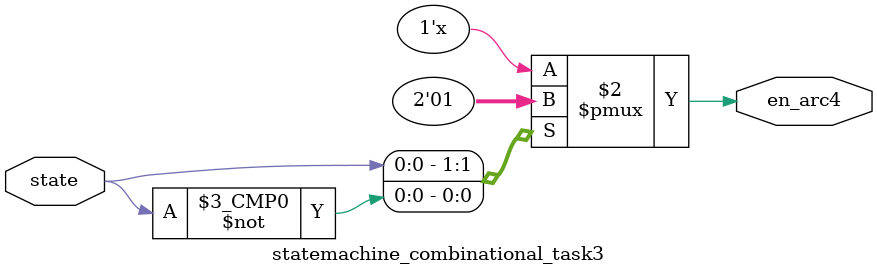
<source format=sv>
`define EN_ARC4_ON                 1'b0 // enable en_arc4
`define EN_ARC4_OFF                1'b1 // disable en_arc4

module task3(input logic CLOCK_50, input logic [3:0] KEY, input logic [9:0] SW,
             output logic [6:0] HEX0, output logic [6:0] HEX1, output logic [6:0] HEX2,
             output logic [6:0] HEX3, output logic [6:0] HEX4, output logic [6:0] HEX5,
             output logic [9:0] LEDR);

    // your code here

    logic [23:0] key;  // this is done in the toplevel module
    assign key = {14'b0, SW}; // this is done in the toplevel module

    logic reset;
    assign reset = KEY[3];

    logic [7:0] ct_addr;
    logic [7:0] ct_rddata;

    logic [7:0] ct_wrdata; // DNE
    assign ct_wrdata = 8'b00000000;

    logic ct_wren;         // DNE
    assign ct_wren = 1'b0;

    logic [7:0] pt_addr;
    logic [7:0] pt_rddata;

    logic [7:0] pt_wrdata; 

    logic pt_wren;         

    logic en_arc4;
    logic rdy_arc4;
    
    ct_mem ct(.address(ct_addr),
	.clock(CLOCK_50),
	.data(ct_wrdata),
	.wren(ct_wren),
	.q(ct_rddata));

    pt_mem pt(.address(pt_addr),
	.clock(CLOCK_50),
	.data(pt_wrdata),
	.wren(pt_wren),
	.q(pt_rddata));

    arc4 a4(.clk(CLOCK_50), .rst_n(reset),
            .en(en_arc4), .rdy(rdy_arc4),
            .key(key),
            .ct_addr(ct_addr), .ct_rddata(ct_rddata),
            .pt_addr(pt_addr), .pt_rddata(pt_rddata), .pt_wrdata(pt_wrdata), .pt_wren(pt_wren));

    // your code here

    logic state;

    statemachine_mooremachine_task3 mt3(CLOCK_50, reset, state);

    statemachine_combinational_task3 ct3(state, en_arc4);

endmodule: task3

module statemachine_mooremachine_task3(input logic CLOCK_50, input logic reset,
                                        output logic state);

    logic present_state;

    always @(posedge CLOCK_50) begin

        if (reset) begin
            present_state = `EN_ARC4_OFF;
        end else begin
            case(present_state)

                `EN_ARC4_OFF: present_state = `EN_ARC4_ON;

                `EN_ARC4_ON: present_state = `EN_ARC4_ON;

                default: present_state = 1'bx;

            endcase
        end

        state = present_state;

    end
endmodule

module statemachine_combinational_task3(input logic state,
                                        output logic en_arc4);

    always @(state) begin

            case(state)

            `EN_ARC4_OFF: begin
                en_arc4 = 1'b0;
            end

            `EN_ARC4_ON: begin
                en_arc4 = 1'b1;

            end
            default: begin
                en_arc4 = 1'bx;
            end

            endcase
    end

endmodule



</source>
